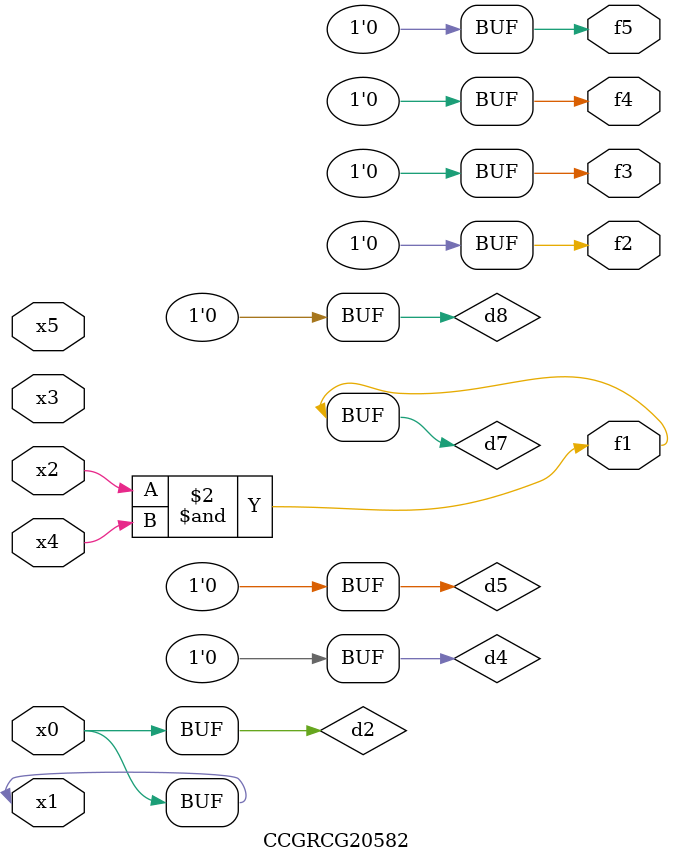
<source format=v>
module CCGRCG20582(
	input x0, x1, x2, x3, x4, x5,
	output f1, f2, f3, f4, f5
);

	wire d1, d2, d3, d4, d5, d6, d7, d8, d9;

	nand (d1, x1);
	buf (d2, x0, x1);
	nand (d3, x2, x4);
	and (d4, d1, d2);
	and (d5, d1, d2);
	nand (d6, d1, d3);
	not (d7, d3);
	xor (d8, d5);
	nor (d9, d5, d6);
	assign f1 = d7;
	assign f2 = d8;
	assign f3 = d8;
	assign f4 = d8;
	assign f5 = d8;
endmodule

</source>
